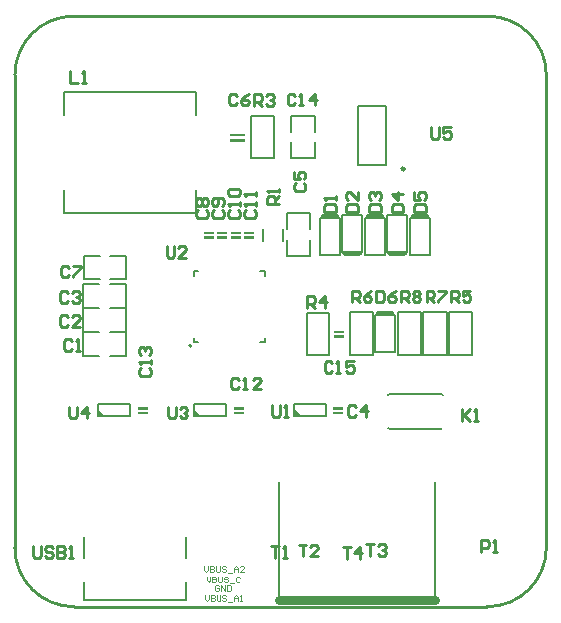
<source format=gto>
G04*
G04 #@! TF.GenerationSoftware,Altium Limited,Altium Designer,20.2.3 (150)*
G04*
G04 Layer_Color=65535*
%FSLAX44Y44*%
%MOMM*%
G71*
G04*
G04 #@! TF.SameCoordinates,529A9E34-4FC0-4C7B-B34A-3B4898198E1E*
G04*
G04*
G04 #@! TF.FilePolarity,Positive*
G04*
G01*
G75*
%ADD10C,0.2500*%
%ADD11C,0.2000*%
%ADD12C,0.0254*%
%ADD13C,0.1500*%
%ADD14C,0.1524*%
%ADD15C,0.7620*%
%ADD16C,0.1270*%
%ADD17C,0.2032*%
%ADD18C,0.1000*%
%ADD19C,0.2540*%
G36*
X278130Y228727D02*
X270510Y228727D01*
Y229997D01*
X278130D01*
Y228727D01*
D02*
G37*
G36*
X276860Y168783D02*
Y167513D01*
X269240D01*
Y168783D01*
X276860Y168783D01*
D02*
G37*
G36*
X193040D02*
Y167513D01*
X185420D01*
Y168783D01*
X193040Y168783D01*
D02*
G37*
G36*
X111760D02*
Y167513D01*
X104140D01*
Y168783D01*
X111760Y168783D01*
D02*
G37*
G36*
X276860Y163957D02*
X269240D01*
Y165227D01*
X276860D01*
Y163957D01*
D02*
G37*
G36*
X193040D02*
X185420D01*
Y165227D01*
X193040D01*
Y163957D01*
D02*
G37*
G36*
X111760D02*
X104140D01*
Y165227D01*
X111760D01*
Y163957D01*
D02*
G37*
G36*
X242824Y161036D02*
X236728D01*
Y167132D01*
X242824Y161036D01*
D02*
G37*
G36*
X157734D02*
X151638D01*
Y167132D01*
X157734Y161036D01*
D02*
G37*
G36*
X76454D02*
X70358D01*
Y167132D01*
X76454Y161036D01*
D02*
G37*
G36*
X194056Y399321D02*
X181864D01*
Y400591D01*
X194056D01*
Y399321D01*
D02*
G37*
G36*
Y394495D02*
X181864D01*
Y395765D01*
X194056D01*
Y394495D01*
D02*
G37*
G36*
X201930Y317373D02*
Y316103D01*
X194310D01*
Y317373D01*
X201930Y317373D01*
D02*
G37*
G36*
X190500D02*
Y316103D01*
X182880D01*
Y317373D01*
X190500Y317373D01*
D02*
G37*
G36*
X179070D02*
Y316103D01*
X171450D01*
Y317373D01*
X179070Y317373D01*
D02*
G37*
G36*
X167640D02*
Y316103D01*
X160020D01*
Y317373D01*
X167640Y317373D01*
D02*
G37*
G36*
X201930Y312547D02*
X194310D01*
Y313817D01*
X201930D01*
Y312547D01*
D02*
G37*
G36*
X190500D02*
X182880D01*
Y313817D01*
X190500D01*
Y312547D01*
D02*
G37*
G36*
X179070D02*
X171450D01*
Y313817D01*
X179070D01*
Y312547D01*
D02*
G37*
G36*
X167640D02*
X160020D01*
Y313817D01*
X167640D01*
Y312547D01*
D02*
G37*
G36*
X278130Y232283D02*
X270510D01*
Y233553D01*
X278130D01*
Y232283D01*
D02*
G37*
D10*
X330010Y370730D02*
G03*
X330010Y370730I-1250J0D01*
G01*
D11*
X149590Y220980D02*
G03*
X149590Y220980I-1000J0D01*
G01*
X223560Y5680D02*
Y49180D01*
Y105680D01*
X355560Y49180D02*
Y105680D01*
Y5680D02*
Y49180D01*
X290260Y423780D02*
X314260D01*
X290260Y373780D02*
X314260D01*
X290260D02*
Y423780D01*
X314260Y373780D02*
Y423780D01*
X209940Y309419D02*
Y319880D01*
X226940Y309419D02*
Y319880D01*
D12*
X185420Y163957D02*
X193040D01*
X185420Y165227D02*
X193040D01*
X185420Y163957D02*
Y165227D01*
Y167513D02*
Y168783D01*
Y167513D02*
X193040D01*
X185420Y168783D02*
X193040Y168783D01*
Y163957D02*
Y165227D01*
Y167513D02*
Y168783D01*
X269240Y163957D02*
X276860D01*
X269240Y165227D02*
X276860D01*
X269240Y163957D02*
Y165227D01*
Y167513D02*
Y168783D01*
Y167513D02*
X276860D01*
X269240Y168783D02*
X276860Y168783D01*
Y163957D02*
Y165227D01*
Y167513D02*
Y168783D01*
X104140Y163957D02*
X111760D01*
X104140Y165227D02*
X111760D01*
X104140Y163957D02*
Y165227D01*
Y167513D02*
Y168783D01*
Y167513D02*
X111760D01*
X104140Y168783D02*
X111760Y168783D01*
Y163957D02*
Y165227D01*
Y167513D02*
Y168783D01*
X194056Y394495D02*
Y395765D01*
X181864Y394495D02*
Y395765D01*
X194056D01*
X181864Y394495D02*
X194056D01*
X181864Y400591D02*
X194056D01*
X181864Y399321D02*
X194056D01*
X181864D02*
Y400591D01*
X194056Y399321D02*
Y400591D01*
X201930Y316103D02*
Y317373D01*
Y312547D02*
Y313817D01*
X194310Y317373D02*
X201930Y317373D01*
X194310Y316103D02*
X201930D01*
X194310D02*
Y317373D01*
Y312547D02*
Y313817D01*
X201930D01*
X194310Y312547D02*
X201930D01*
X190500Y316103D02*
Y317373D01*
Y312547D02*
Y313817D01*
X182880Y317373D02*
X190500Y317373D01*
X182880Y316103D02*
X190500D01*
X182880D02*
Y317373D01*
Y312547D02*
Y313817D01*
X190500D01*
X182880Y312547D02*
X190500D01*
X179070Y316103D02*
Y317373D01*
Y312547D02*
Y313817D01*
X171450Y317373D02*
X179070Y317373D01*
X171450Y316103D02*
X179070D01*
X171450D02*
Y317373D01*
Y312547D02*
Y313817D01*
X179070D01*
X171450Y312547D02*
X179070D01*
X167640Y316103D02*
Y317373D01*
Y312547D02*
Y313817D01*
X160020Y317373D02*
X167640Y317373D01*
X160020Y316103D02*
X167640D01*
X160020D02*
Y317373D01*
Y312547D02*
Y313817D01*
X167640D01*
X160020Y312547D02*
X167640D01*
X270510Y228727D02*
Y229997D01*
Y232283D02*
Y233553D01*
Y228727D02*
X278130Y228727D01*
X270510Y229997D02*
X278130D01*
Y228727D02*
Y229997D01*
Y232283D02*
Y233553D01*
X270510Y232283D02*
X278130D01*
X270510Y233553D02*
X278130D01*
D13*
X345600Y213186D02*
Y249186D01*
Y213186D02*
X365600D01*
Y249186D01*
X345600D02*
X365600D01*
X324010Y213186D02*
Y249186D01*
Y213186D02*
X344010D01*
Y249186D01*
X324010D02*
X344010D01*
X322190Y215186D02*
Y246186D01*
X305190Y215186D02*
X322190D01*
X305190D02*
Y246186D01*
X307690Y249186D01*
X319690D01*
X322190Y246186D01*
X305890Y246886D02*
X321490D01*
X306790Y247986D02*
X320390D01*
X250030Y296960D02*
Y310460D01*
X230030Y332960D02*
X250030D01*
X230030Y296960D02*
Y310460D01*
Y296960D02*
X250030D01*
X230030Y319460D02*
Y332960D01*
X250030Y319460D02*
Y332960D01*
X275200Y297580D02*
Y328580D01*
X258200Y297580D02*
X275200D01*
X258200D02*
Y328580D01*
X260700Y331580D01*
X272700D01*
X275200Y328580D01*
X258900Y329280D02*
X274500D01*
X259800Y330380D02*
X273400D01*
X277250Y300580D02*
Y331580D01*
X294250D01*
Y300580D02*
Y331580D01*
X291750Y297580D02*
X294250Y300580D01*
X279750Y297580D02*
X291750D01*
X277250Y300580D02*
X279750Y297580D01*
X277950Y299880D02*
X293550D01*
X279050Y298780D02*
X292650D01*
X313300Y297580D02*
Y328580D01*
X296300Y297580D02*
X313300D01*
X296300D02*
Y328580D01*
X298800Y331580D01*
X310800D01*
X313300Y328580D01*
X297000Y329280D02*
X312600D01*
X297900Y330380D02*
X311500D01*
X315350Y300580D02*
Y331580D01*
X332350D01*
Y300580D02*
Y331580D01*
X329850Y297580D02*
X332350Y300580D01*
X317850Y297580D02*
X329850D01*
X315350Y300580D02*
X317850Y297580D01*
X316050Y299880D02*
X331650D01*
X317150Y298780D02*
X330750D01*
X351400Y297580D02*
Y328580D01*
X334400Y297580D02*
X351400D01*
X334400D02*
Y328580D01*
X336900Y331580D01*
X348900D01*
X351400Y328580D01*
X335100Y329280D02*
X350700D01*
X336000Y330380D02*
X349600D01*
X58200Y277020D02*
X71700D01*
X94200D02*
Y297020D01*
X58200D02*
X71700D01*
X58200Y277020D02*
Y297020D01*
X80700D02*
X94200D01*
X80700Y277020D02*
X94200D01*
X219550Y379510D02*
Y415510D01*
X199550D02*
X219550D01*
X199550Y379510D02*
Y415510D01*
Y379510D02*
X219550D01*
X80540Y212250D02*
X94040D01*
X80540Y232250D02*
X94040D01*
X58040Y212250D02*
Y232250D01*
X71540D01*
X94040Y212250D02*
Y232250D01*
X58040Y212250D02*
X71540D01*
X80540Y232570D02*
X94040D01*
X80540Y252570D02*
X94040D01*
X58040Y232570D02*
Y252570D01*
X71540D01*
X94040Y232570D02*
Y252570D01*
X58040Y232570D02*
X71540D01*
X80540Y252890D02*
X94040D01*
X80540Y272890D02*
X94040D01*
X58040Y252890D02*
Y272890D01*
X71540D01*
X94040Y252890D02*
Y272890D01*
X58040Y252890D02*
X71540D01*
X283370Y249186D02*
X303370D01*
Y213186D02*
Y249186D01*
X283370Y213186D02*
X303370D01*
X283370D02*
Y249186D01*
X367190D02*
X387190D01*
Y213186D02*
Y249186D01*
X367190Y213186D02*
X387190D01*
X367190D02*
Y249186D01*
X253840Y402010D02*
Y415510D01*
X233840Y402010D02*
Y415510D01*
Y379510D02*
X253840D01*
X233840D02*
Y393010D01*
Y415510D02*
X253840D01*
Y379510D02*
Y393010D01*
D14*
X316230Y151130D02*
X317246Y150114D01*
X360934D01*
X315976Y179070D02*
X316992Y180086D01*
X361188D01*
X362204Y179070D01*
X360930Y150114D02*
X361950Y151130D01*
X236728Y171704D02*
X263652D01*
Y161036D02*
Y171704D01*
X236728Y161036D02*
Y171704D01*
Y161036D02*
X263652D01*
X151638Y171704D02*
X178562D01*
Y161036D02*
Y171704D01*
X151638Y161036D02*
Y171704D01*
Y161036D02*
X178562D01*
X70358Y171704D02*
X97282D01*
Y161036D02*
Y171704D01*
X70358Y161036D02*
Y171704D01*
Y161036D02*
X97282D01*
D15*
X223560Y5680D02*
X355560D01*
D16*
X41910Y416183D02*
Y435737D01*
X153670D01*
Y416183D02*
Y435737D01*
Y333629D02*
Y353183D01*
X41910Y333629D02*
X153670D01*
X41910D02*
Y353183D01*
X211610Y280300D02*
Y284000D01*
X151610Y280300D02*
Y284000D01*
X211610Y224000D02*
Y227700D01*
X151610Y224000D02*
Y227700D01*
X207910Y284000D02*
X211610D01*
X151610D02*
X155310D01*
X207910Y224000D02*
X211610D01*
X151610D02*
X155310D01*
D17*
X247396Y213360D02*
Y236220D01*
Y213360D02*
X265684D01*
Y236220D01*
Y248920D01*
X247396Y248920D02*
X265684Y248920D01*
X247396Y236220D02*
X247396Y248920D01*
X144710Y41355D02*
Y59135D01*
X144780Y5750D02*
Y21035D01*
X58350Y41355D02*
Y59135D01*
X58280Y5750D02*
Y21035D01*
Y5750D02*
X144780D01*
D18*
X160766Y9625D02*
Y6293D01*
X162432Y4627D01*
X164098Y6293D01*
Y9625D01*
X165764D02*
Y4627D01*
X168263D01*
X169097Y5460D01*
Y6293D01*
X168263Y7126D01*
X165764D01*
X168263D01*
X169097Y7959D01*
Y8792D01*
X168263Y9625D01*
X165764D01*
X170763D02*
Y5460D01*
X171596Y4627D01*
X173262D01*
X174095Y5460D01*
Y9625D01*
X179093Y8792D02*
X178260Y9625D01*
X176594D01*
X175761Y8792D01*
Y7959D01*
X176594Y7126D01*
X178260D01*
X179093Y6293D01*
Y5460D01*
X178260Y4627D01*
X176594D01*
X175761Y5460D01*
X180760Y3794D02*
X184092D01*
X185758Y4627D02*
Y7959D01*
X187424Y9625D01*
X189090Y7959D01*
Y4627D01*
Y7126D01*
X185758D01*
X190756Y4627D02*
X192422D01*
X191589D01*
Y9625D01*
X190756Y8792D01*
X173115Y17230D02*
X172282Y18063D01*
X170616D01*
X169783Y17230D01*
Y13898D01*
X170616Y13065D01*
X172282D01*
X173115Y13898D01*
Y15564D01*
X171449D01*
X174781Y13065D02*
Y18063D01*
X178114Y13065D01*
Y18063D01*
X179780D02*
Y13065D01*
X182279D01*
X183112Y13898D01*
Y17230D01*
X182279Y18063D01*
X179780D01*
X162290Y25500D02*
Y22168D01*
X163956Y20502D01*
X165622Y22168D01*
Y25500D01*
X167288D02*
Y20502D01*
X169788D01*
X170621Y21335D01*
Y22168D01*
X169788Y23001D01*
X167288D01*
X169788D01*
X170621Y23834D01*
Y24667D01*
X169788Y25500D01*
X167288D01*
X172287D02*
Y21335D01*
X173120Y20502D01*
X174786D01*
X175619Y21335D01*
Y25500D01*
X180617Y24667D02*
X179784Y25500D01*
X178118D01*
X177285Y24667D01*
Y23834D01*
X178118Y23001D01*
X179784D01*
X180617Y22168D01*
Y21335D01*
X179784Y20502D01*
X178118D01*
X177285Y21335D01*
X182283Y19669D02*
X185616D01*
X190614Y24667D02*
X189781Y25500D01*
X188115D01*
X187282Y24667D01*
Y21335D01*
X188115Y20502D01*
X189781D01*
X190614Y21335D01*
X160258Y34263D02*
Y30931D01*
X161924Y29265D01*
X163590Y30931D01*
Y34263D01*
X165256D02*
Y29265D01*
X167756D01*
X168589Y30098D01*
Y30931D01*
X167756Y31764D01*
X165256D01*
X167756D01*
X168589Y32597D01*
Y33430D01*
X167756Y34263D01*
X165256D01*
X170255D02*
Y30098D01*
X171088Y29265D01*
X172754D01*
X173587Y30098D01*
Y34263D01*
X178585Y33430D02*
X177752Y34263D01*
X176086D01*
X175253Y33430D01*
Y32597D01*
X176086Y31764D01*
X177752D01*
X178585Y30931D01*
Y30098D01*
X177752Y29265D01*
X176086D01*
X175253Y30098D01*
X180252Y28432D02*
X183584D01*
X185250Y29265D02*
Y32597D01*
X186916Y34263D01*
X188582Y32597D01*
Y29265D01*
Y31764D01*
X185250D01*
X193580Y29265D02*
X190248D01*
X193580Y32597D01*
Y33430D01*
X192747Y34263D01*
X191081D01*
X190248Y33430D01*
D19*
X240208Y52496D02*
X246873D01*
X243541D01*
Y42500D01*
X256870D02*
X250205D01*
X256870Y49164D01*
Y50830D01*
X255203Y52496D01*
X251871D01*
X250205Y50830D01*
X348539Y257638D02*
Y267634D01*
X353538D01*
X355204Y265968D01*
Y262636D01*
X353538Y260970D01*
X348539D01*
X351872D02*
X355204Y257638D01*
X358536Y267634D02*
X365201D01*
Y265968D01*
X358536Y259304D01*
Y257638D01*
X15597Y51226D02*
Y42896D01*
X17263Y41230D01*
X20595D01*
X22261Y42896D01*
Y51226D01*
X32258Y49560D02*
X30592Y51226D01*
X27260D01*
X25594Y49560D01*
Y47894D01*
X27260Y46228D01*
X30592D01*
X32258Y44562D01*
Y42896D01*
X30592Y41230D01*
X27260D01*
X25594Y42896D01*
X35590Y51226D02*
Y41230D01*
X40589D01*
X42255Y42896D01*
Y44562D01*
X40589Y46228D01*
X35590D01*
X40589D01*
X42255Y47894D01*
Y49560D01*
X40589Y51226D01*
X35590D01*
X45587Y41230D02*
X48919D01*
X47253D01*
Y51226D01*
X45587Y49560D01*
X277546Y50591D02*
X284211D01*
X280879D01*
Y40595D01*
X292542D02*
Y50591D01*
X287543Y45593D01*
X294208D01*
X297485Y53131D02*
X304150D01*
X300818D01*
Y43135D01*
X307482Y51465D02*
X309148Y53131D01*
X312481D01*
X314147Y51465D01*
Y49799D01*
X312481Y48133D01*
X310814D01*
X312481D01*
X314147Y46467D01*
Y44801D01*
X312481Y43135D01*
X309148D01*
X307482Y44801D01*
X326695Y257638D02*
Y267634D01*
X331694D01*
X333360Y265968D01*
Y262636D01*
X331694Y260970D01*
X326695D01*
X330028D02*
X333360Y257638D01*
X336692Y265968D02*
X338358Y267634D01*
X341690D01*
X343357Y265968D01*
Y264302D01*
X341690Y262636D01*
X343357Y260970D01*
Y259304D01*
X341690Y257638D01*
X338358D01*
X336692Y259304D01*
Y260970D01*
X338358Y262636D01*
X336692Y264302D01*
Y265968D01*
X338358Y262636D02*
X341690D01*
X285242Y257638D02*
Y267634D01*
X290240D01*
X291907Y265968D01*
Y262636D01*
X290240Y260970D01*
X285242D01*
X288574D02*
X291907Y257638D01*
X301903Y267634D02*
X298571Y265968D01*
X295239Y262636D01*
Y259304D01*
X296905Y257638D01*
X300237D01*
X301903Y259304D01*
Y260970D01*
X300237Y262636D01*
X295239D01*
X369062Y257638D02*
Y267634D01*
X374060D01*
X375727Y265968D01*
Y262636D01*
X374060Y260970D01*
X369062D01*
X372394D02*
X375727Y257638D01*
X385723Y267634D02*
X379059D01*
Y262636D01*
X382391Y264302D01*
X384057D01*
X385723Y262636D01*
Y259304D01*
X384057Y257638D01*
X380725D01*
X379059Y259304D01*
X247574Y252939D02*
Y262935D01*
X252573D01*
X254239Y261269D01*
Y257937D01*
X252573Y256271D01*
X247574D01*
X250907D02*
X254239Y252939D01*
X262570D02*
Y262935D01*
X257571Y257937D01*
X264236D01*
X202489Y424262D02*
Y434258D01*
X207488D01*
X209154Y432592D01*
Y429260D01*
X207488Y427594D01*
X202489D01*
X205822D02*
X209154Y424262D01*
X212486Y432592D02*
X214152Y434258D01*
X217484D01*
X219151Y432592D01*
Y430926D01*
X217484Y429260D01*
X215818D01*
X217484D01*
X219151Y427594D01*
Y425928D01*
X217484Y424262D01*
X214152D01*
X212486Y425928D01*
X223819Y340681D02*
X213823D01*
Y345679D01*
X215489Y347345D01*
X218821D01*
X220487Y345679D01*
Y340681D01*
Y344013D02*
X223819Y347345D01*
Y350677D02*
Y354010D01*
Y352343D01*
X213823D01*
X215489Y350677D01*
X394655Y46564D02*
Y56560D01*
X399654D01*
X401320Y54894D01*
Y51562D01*
X399654Y49896D01*
X394655D01*
X404652Y46564D02*
X407985D01*
X406318D01*
Y56560D01*
X404652Y54894D01*
X378781Y167177D02*
Y157181D01*
Y160513D01*
X385445Y167177D01*
X380447Y162179D01*
X385445Y157181D01*
X388777D02*
X392109D01*
X390443D01*
Y167177D01*
X388777Y165511D01*
X305994Y267634D02*
Y257638D01*
X310993D01*
X312659Y259304D01*
Y265968D01*
X310993Y267634D01*
X305994D01*
X322656D02*
X319323Y265968D01*
X315991Y262636D01*
Y259304D01*
X317657Y257638D01*
X320989D01*
X322656Y259304D01*
Y260970D01*
X320989Y262636D01*
X315991D01*
X337902Y334315D02*
X347898D01*
Y339314D01*
X346232Y340980D01*
X339568D01*
X337902Y339314D01*
Y334315D01*
Y350977D02*
Y344312D01*
X342900D01*
X341234Y347644D01*
Y349310D01*
X342900Y350977D01*
X346232D01*
X347898Y349310D01*
Y345978D01*
X346232Y344312D01*
X318979Y334315D02*
X328975D01*
Y339314D01*
X327309Y340980D01*
X320645D01*
X318979Y339314D01*
Y334315D01*
X328975Y349310D02*
X318979D01*
X323977Y344312D01*
Y350977D01*
X299675Y334315D02*
X309671D01*
Y339314D01*
X308005Y340980D01*
X301341D01*
X299675Y339314D01*
Y334315D01*
X301341Y344312D02*
X299675Y345978D01*
Y349310D01*
X301341Y350977D01*
X303007D01*
X304673Y349310D01*
Y347644D01*
Y349310D01*
X306339Y350977D01*
X308005D01*
X309671Y349310D01*
Y345978D01*
X308005Y344312D01*
X280498Y334315D02*
X290494D01*
Y339314D01*
X288828Y340980D01*
X282164D01*
X280498Y339314D01*
Y334315D01*
X290494Y350977D02*
Y344312D01*
X283830Y350977D01*
X282164D01*
X280498Y349310D01*
Y345978D01*
X282164Y344312D01*
X261956Y334315D02*
X271952D01*
Y339314D01*
X270286Y340980D01*
X263622D01*
X261956Y339314D01*
Y334315D01*
X271952Y344312D02*
Y347644D01*
Y345978D01*
X261956D01*
X263622Y344312D01*
X268869Y206024D02*
X267203Y207690D01*
X263871D01*
X262205Y206024D01*
Y199360D01*
X263871Y197694D01*
X267203D01*
X268869Y199360D01*
X272202Y197694D02*
X275534D01*
X273868D01*
Y207690D01*
X272202Y206024D01*
X287197Y207690D02*
X280532D01*
Y202692D01*
X283865Y204358D01*
X285531D01*
X287197Y202692D01*
Y199360D01*
X285531Y197694D01*
X282199D01*
X280532Y199360D01*
X237500Y432719D02*
X235834Y434385D01*
X232502D01*
X230836Y432719D01*
Y426055D01*
X232502Y424389D01*
X235834D01*
X237500Y426055D01*
X240833Y424389D02*
X244165D01*
X242499D01*
Y434385D01*
X240833Y432719D01*
X254162Y424389D02*
Y434385D01*
X249163Y429387D01*
X255828D01*
X106777Y201814D02*
X105111Y200147D01*
Y196815D01*
X106777Y195149D01*
X113441D01*
X115107Y196815D01*
Y200147D01*
X113441Y201814D01*
X115107Y205146D02*
Y208478D01*
Y206812D01*
X105111D01*
X106777Y205146D01*
Y213477D02*
X105111Y215143D01*
Y218475D01*
X106777Y220141D01*
X108443D01*
X110109Y218475D01*
Y216809D01*
Y218475D01*
X111775Y220141D01*
X113441D01*
X115107Y218475D01*
Y215143D01*
X113441Y213477D01*
X189876Y192308D02*
X188209Y193974D01*
X184877D01*
X183211Y192308D01*
Y185644D01*
X184877Y183978D01*
X188209D01*
X189876Y185644D01*
X193208Y183978D02*
X196540D01*
X194874D01*
Y193974D01*
X193208Y192308D01*
X208203Y183978D02*
X201539D01*
X208203Y190642D01*
Y192308D01*
X206537Y193974D01*
X203205D01*
X201539Y192308D01*
X196058Y335687D02*
X194392Y334021D01*
Y330688D01*
X196058Y329022D01*
X202722D01*
X204388Y330688D01*
Y334021D01*
X202722Y335687D01*
X204388Y339019D02*
Y342351D01*
Y340685D01*
X194392D01*
X196058Y339019D01*
X204388Y347350D02*
Y350682D01*
Y349016D01*
X194392D01*
X196058Y347350D01*
X182088Y335687D02*
X180422Y334021D01*
Y330688D01*
X182088Y329022D01*
X188752D01*
X190418Y330688D01*
Y334021D01*
X188752Y335687D01*
X190418Y339019D02*
Y342351D01*
Y340685D01*
X180422D01*
X182088Y339019D01*
Y347350D02*
X180422Y349016D01*
Y352348D01*
X182088Y354014D01*
X188752D01*
X190418Y352348D01*
Y349016D01*
X188752Y347350D01*
X182088D01*
X168499Y335687D02*
X166833Y334021D01*
Y330688D01*
X168499Y329022D01*
X175163D01*
X176829Y330688D01*
Y334021D01*
X175163Y335687D01*
Y339019D02*
X176829Y340685D01*
Y344017D01*
X175163Y345684D01*
X168499D01*
X166833Y344017D01*
Y340685D01*
X168499Y339019D01*
X170165D01*
X171831Y340685D01*
Y345684D01*
X154910Y335687D02*
X153244Y334021D01*
Y330688D01*
X154910Y329022D01*
X161574D01*
X163240Y330688D01*
Y334021D01*
X161574Y335687D01*
X154910Y339019D02*
X153244Y340685D01*
Y344017D01*
X154910Y345684D01*
X156576D01*
X158242Y344017D01*
X159908Y345684D01*
X161574D01*
X163240Y344017D01*
Y340685D01*
X161574Y339019D01*
X159908D01*
X158242Y340685D01*
X156576Y339019D01*
X154910D01*
X158242Y340685D02*
Y344017D01*
X46086Y287050D02*
X44420Y288716D01*
X41087D01*
X39421Y287050D01*
Y280386D01*
X41087Y278720D01*
X44420D01*
X46086Y280386D01*
X49418Y288716D02*
X56083D01*
Y287050D01*
X49418Y280386D01*
Y278720D01*
X187818Y432719D02*
X186152Y434385D01*
X182819D01*
X181153Y432719D01*
Y426055D01*
X182819Y424389D01*
X186152D01*
X187818Y426055D01*
X197815Y434385D02*
X194482Y432719D01*
X191150Y429387D01*
Y426055D01*
X192816Y424389D01*
X196148D01*
X197815Y426055D01*
Y427721D01*
X196148Y429387D01*
X191150D01*
X237714Y358379D02*
X236048Y356713D01*
Y353381D01*
X237714Y351714D01*
X244378D01*
X246044Y353381D01*
Y356713D01*
X244378Y358379D01*
X236048Y368376D02*
Y361711D01*
X241046D01*
X239380Y365043D01*
Y366710D01*
X241046Y368376D01*
X244378D01*
X246044Y366710D01*
Y363377D01*
X244378Y361711D01*
X288656Y169067D02*
X286990Y170733D01*
X283657D01*
X281991Y169067D01*
Y162403D01*
X283657Y160737D01*
X286990D01*
X288656Y162403D01*
X296987Y160737D02*
Y170733D01*
X291988Y165735D01*
X298653D01*
X45070Y265714D02*
X43404Y267380D01*
X40072D01*
X38405Y265714D01*
Y259050D01*
X40072Y257384D01*
X43404D01*
X45070Y259050D01*
X48402Y265714D02*
X50068Y267380D01*
X53401D01*
X55067Y265714D01*
Y264048D01*
X53401Y262382D01*
X51734D01*
X53401D01*
X55067Y260716D01*
Y259050D01*
X53401Y257384D01*
X50068D01*
X48402Y259050D01*
X45197Y245521D02*
X43531Y247187D01*
X40198D01*
X38532Y245521D01*
Y238857D01*
X40198Y237191D01*
X43531D01*
X45197Y238857D01*
X55194Y237191D02*
X48529D01*
X55194Y243855D01*
Y245521D01*
X53527Y247187D01*
X50195D01*
X48529Y245521D01*
X48641Y224566D02*
X46975Y226232D01*
X43643D01*
X41976Y224566D01*
Y217902D01*
X43643Y216236D01*
X46975D01*
X48641Y217902D01*
X51973Y216236D02*
X55306D01*
X53639D01*
Y226232D01*
X51973Y224566D01*
X216728Y51607D02*
X223393D01*
X220061D01*
Y41611D01*
X226725D02*
X230058D01*
X228391D01*
Y51607D01*
X226725Y49941D01*
X352730Y405810D02*
Y397480D01*
X354397Y395814D01*
X357729D01*
X359395Y397480D01*
Y405810D01*
X369392D02*
X362727D01*
Y400812D01*
X366059Y402478D01*
X367725D01*
X369392Y400812D01*
Y397480D01*
X367725Y395814D01*
X364393D01*
X362727Y397480D01*
X46803Y453181D02*
Y443185D01*
X53467D01*
X56799D02*
X60132D01*
X58465D01*
Y453181D01*
X56799Y451515D01*
X45898Y169336D02*
Y161006D01*
X47565Y159340D01*
X50897D01*
X52563Y161006D01*
Y169336D01*
X60894Y159340D02*
Y169336D01*
X55895Y164338D01*
X62560D01*
X129464Y169336D02*
Y161006D01*
X131131Y159340D01*
X134463D01*
X136129Y161006D01*
Y169336D01*
X139461Y167670D02*
X141127Y169336D01*
X144459D01*
X146126Y167670D01*
Y166004D01*
X144459Y164338D01*
X142793D01*
X144459D01*
X146126Y162672D01*
Y161006D01*
X144459Y159340D01*
X141127D01*
X139461Y161006D01*
X128448Y305607D02*
Y297277D01*
X130114Y295611D01*
X133447D01*
X135113Y297277D01*
Y305607D01*
X145110Y295611D02*
X138445D01*
X145110Y302275D01*
Y303941D01*
X143443Y305607D01*
X140111D01*
X138445Y303941D01*
X217871Y170606D02*
Y162276D01*
X219538Y160610D01*
X222870D01*
X224536Y162276D01*
Y170606D01*
X227868Y160610D02*
X231201D01*
X229534D01*
Y170606D01*
X227868Y168940D01*
X0Y50000D02*
G03*
X50000Y0I50000J0D01*
G01*
X400000D02*
G03*
X450000Y50000I0J50000D01*
G01*
Y450000D02*
G03*
X400000Y500000I-50000J0D01*
G01*
X50000D02*
G03*
X0Y450000I0J-50000D01*
G01*
X50000Y0D02*
X400000D01*
X50000Y500000D02*
X400000D01*
X450000Y50000D02*
Y450000D01*
X0Y50000D02*
Y450000D01*
M02*

</source>
